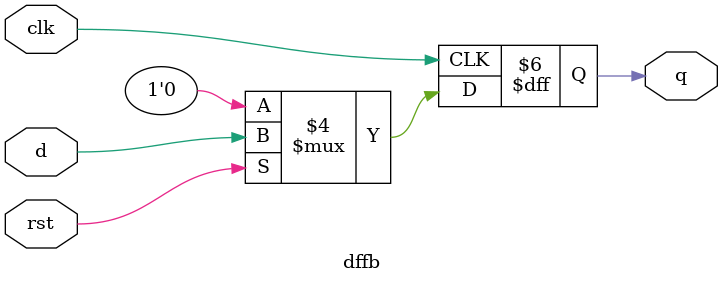
<source format=v>
/**************************************************
P1.1 BEHAVIORAL POSITIVE EDGE TRIGGERED D-FLIPFLOP   
SYNCHRONOUS ACTIVE LOW RESET
************************************************/


module dffb(q,d,clk,rst);

	input d,clk,rst;
	output reg q;

	always@(posedge clk)
		if(!rst)
			q <= 1'b0;
		else
			q <= d;

endmodule
</source>
